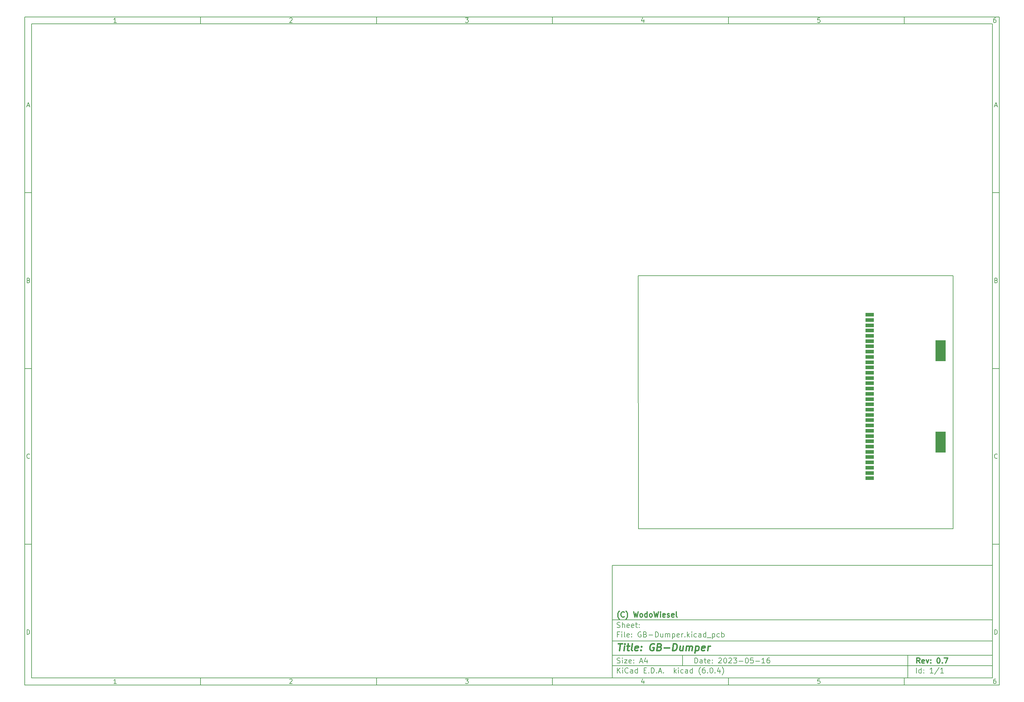
<source format=gbr>
%TF.GenerationSoftware,KiCad,Pcbnew,(6.0.4)*%
%TF.CreationDate,2023-10-22T17:32:39+02:00*%
%TF.ProjectId,GB-Dumper,47422d44-756d-4706-9572-2e6b69636164,0.7*%
%TF.SameCoordinates,Original*%
%TF.FileFunction,Paste,Top*%
%TF.FilePolarity,Positive*%
%FSLAX46Y46*%
G04 Gerber Fmt 4.6, Leading zero omitted, Abs format (unit mm)*
G04 Created by KiCad (PCBNEW (6.0.4)) date 2023-10-22 17:32:39*
%MOMM*%
%LPD*%
G01*
G04 APERTURE LIST*
%ADD10C,0.100000*%
%ADD11C,0.150000*%
%ADD12C,0.300000*%
%ADD13C,0.400000*%
%TA.AperFunction,Profile*%
%ADD14C,0.150000*%
%TD*%
%ADD15R,2.400000X1.000000*%
%ADD16R,3.000000X6.000000*%
G04 APERTURE END LIST*
D10*
D11*
X177002200Y-166007200D02*
X177002200Y-198007200D01*
X285002200Y-198007200D01*
X285002200Y-166007200D01*
X177002200Y-166007200D01*
D10*
D11*
X10000000Y-10000000D02*
X10000000Y-200007200D01*
X287002200Y-200007200D01*
X287002200Y-10000000D01*
X10000000Y-10000000D01*
D10*
D11*
X12000000Y-12000000D02*
X12000000Y-198007200D01*
X285002200Y-198007200D01*
X285002200Y-12000000D01*
X12000000Y-12000000D01*
D10*
D11*
X60000000Y-12000000D02*
X60000000Y-10000000D01*
D10*
D11*
X110000000Y-12000000D02*
X110000000Y-10000000D01*
D10*
D11*
X160000000Y-12000000D02*
X160000000Y-10000000D01*
D10*
D11*
X210000000Y-12000000D02*
X210000000Y-10000000D01*
D10*
D11*
X260000000Y-12000000D02*
X260000000Y-10000000D01*
D10*
D11*
X36065476Y-11588095D02*
X35322619Y-11588095D01*
X35694047Y-11588095D02*
X35694047Y-10288095D01*
X35570238Y-10473809D01*
X35446428Y-10597619D01*
X35322619Y-10659523D01*
D10*
D11*
X85322619Y-10411904D02*
X85384523Y-10350000D01*
X85508333Y-10288095D01*
X85817857Y-10288095D01*
X85941666Y-10350000D01*
X86003571Y-10411904D01*
X86065476Y-10535714D01*
X86065476Y-10659523D01*
X86003571Y-10845238D01*
X85260714Y-11588095D01*
X86065476Y-11588095D01*
D10*
D11*
X135260714Y-10288095D02*
X136065476Y-10288095D01*
X135632142Y-10783333D01*
X135817857Y-10783333D01*
X135941666Y-10845238D01*
X136003571Y-10907142D01*
X136065476Y-11030952D01*
X136065476Y-11340476D01*
X136003571Y-11464285D01*
X135941666Y-11526190D01*
X135817857Y-11588095D01*
X135446428Y-11588095D01*
X135322619Y-11526190D01*
X135260714Y-11464285D01*
D10*
D11*
X185941666Y-10721428D02*
X185941666Y-11588095D01*
X185632142Y-10226190D02*
X185322619Y-11154761D01*
X186127380Y-11154761D01*
D10*
D11*
X236003571Y-10288095D02*
X235384523Y-10288095D01*
X235322619Y-10907142D01*
X235384523Y-10845238D01*
X235508333Y-10783333D01*
X235817857Y-10783333D01*
X235941666Y-10845238D01*
X236003571Y-10907142D01*
X236065476Y-11030952D01*
X236065476Y-11340476D01*
X236003571Y-11464285D01*
X235941666Y-11526190D01*
X235817857Y-11588095D01*
X235508333Y-11588095D01*
X235384523Y-11526190D01*
X235322619Y-11464285D01*
D10*
D11*
X285941666Y-10288095D02*
X285694047Y-10288095D01*
X285570238Y-10350000D01*
X285508333Y-10411904D01*
X285384523Y-10597619D01*
X285322619Y-10845238D01*
X285322619Y-11340476D01*
X285384523Y-11464285D01*
X285446428Y-11526190D01*
X285570238Y-11588095D01*
X285817857Y-11588095D01*
X285941666Y-11526190D01*
X286003571Y-11464285D01*
X286065476Y-11340476D01*
X286065476Y-11030952D01*
X286003571Y-10907142D01*
X285941666Y-10845238D01*
X285817857Y-10783333D01*
X285570238Y-10783333D01*
X285446428Y-10845238D01*
X285384523Y-10907142D01*
X285322619Y-11030952D01*
D10*
D11*
X60000000Y-198007200D02*
X60000000Y-200007200D01*
D10*
D11*
X110000000Y-198007200D02*
X110000000Y-200007200D01*
D10*
D11*
X160000000Y-198007200D02*
X160000000Y-200007200D01*
D10*
D11*
X210000000Y-198007200D02*
X210000000Y-200007200D01*
D10*
D11*
X260000000Y-198007200D02*
X260000000Y-200007200D01*
D10*
D11*
X36065476Y-199595295D02*
X35322619Y-199595295D01*
X35694047Y-199595295D02*
X35694047Y-198295295D01*
X35570238Y-198481009D01*
X35446428Y-198604819D01*
X35322619Y-198666723D01*
D10*
D11*
X85322619Y-198419104D02*
X85384523Y-198357200D01*
X85508333Y-198295295D01*
X85817857Y-198295295D01*
X85941666Y-198357200D01*
X86003571Y-198419104D01*
X86065476Y-198542914D01*
X86065476Y-198666723D01*
X86003571Y-198852438D01*
X85260714Y-199595295D01*
X86065476Y-199595295D01*
D10*
D11*
X135260714Y-198295295D02*
X136065476Y-198295295D01*
X135632142Y-198790533D01*
X135817857Y-198790533D01*
X135941666Y-198852438D01*
X136003571Y-198914342D01*
X136065476Y-199038152D01*
X136065476Y-199347676D01*
X136003571Y-199471485D01*
X135941666Y-199533390D01*
X135817857Y-199595295D01*
X135446428Y-199595295D01*
X135322619Y-199533390D01*
X135260714Y-199471485D01*
D10*
D11*
X185941666Y-198728628D02*
X185941666Y-199595295D01*
X185632142Y-198233390D02*
X185322619Y-199161961D01*
X186127380Y-199161961D01*
D10*
D11*
X236003571Y-198295295D02*
X235384523Y-198295295D01*
X235322619Y-198914342D01*
X235384523Y-198852438D01*
X235508333Y-198790533D01*
X235817857Y-198790533D01*
X235941666Y-198852438D01*
X236003571Y-198914342D01*
X236065476Y-199038152D01*
X236065476Y-199347676D01*
X236003571Y-199471485D01*
X235941666Y-199533390D01*
X235817857Y-199595295D01*
X235508333Y-199595295D01*
X235384523Y-199533390D01*
X235322619Y-199471485D01*
D10*
D11*
X285941666Y-198295295D02*
X285694047Y-198295295D01*
X285570238Y-198357200D01*
X285508333Y-198419104D01*
X285384523Y-198604819D01*
X285322619Y-198852438D01*
X285322619Y-199347676D01*
X285384523Y-199471485D01*
X285446428Y-199533390D01*
X285570238Y-199595295D01*
X285817857Y-199595295D01*
X285941666Y-199533390D01*
X286003571Y-199471485D01*
X286065476Y-199347676D01*
X286065476Y-199038152D01*
X286003571Y-198914342D01*
X285941666Y-198852438D01*
X285817857Y-198790533D01*
X285570238Y-198790533D01*
X285446428Y-198852438D01*
X285384523Y-198914342D01*
X285322619Y-199038152D01*
D10*
D11*
X10000000Y-60000000D02*
X12000000Y-60000000D01*
D10*
D11*
X10000000Y-110000000D02*
X12000000Y-110000000D01*
D10*
D11*
X10000000Y-160000000D02*
X12000000Y-160000000D01*
D10*
D11*
X10690476Y-35216666D02*
X11309523Y-35216666D01*
X10566666Y-35588095D02*
X11000000Y-34288095D01*
X11433333Y-35588095D01*
D10*
D11*
X11092857Y-84907142D02*
X11278571Y-84969047D01*
X11340476Y-85030952D01*
X11402380Y-85154761D01*
X11402380Y-85340476D01*
X11340476Y-85464285D01*
X11278571Y-85526190D01*
X11154761Y-85588095D01*
X10659523Y-85588095D01*
X10659523Y-84288095D01*
X11092857Y-84288095D01*
X11216666Y-84350000D01*
X11278571Y-84411904D01*
X11340476Y-84535714D01*
X11340476Y-84659523D01*
X11278571Y-84783333D01*
X11216666Y-84845238D01*
X11092857Y-84907142D01*
X10659523Y-84907142D01*
D10*
D11*
X11402380Y-135464285D02*
X11340476Y-135526190D01*
X11154761Y-135588095D01*
X11030952Y-135588095D01*
X10845238Y-135526190D01*
X10721428Y-135402380D01*
X10659523Y-135278571D01*
X10597619Y-135030952D01*
X10597619Y-134845238D01*
X10659523Y-134597619D01*
X10721428Y-134473809D01*
X10845238Y-134350000D01*
X11030952Y-134288095D01*
X11154761Y-134288095D01*
X11340476Y-134350000D01*
X11402380Y-134411904D01*
D10*
D11*
X10659523Y-185588095D02*
X10659523Y-184288095D01*
X10969047Y-184288095D01*
X11154761Y-184350000D01*
X11278571Y-184473809D01*
X11340476Y-184597619D01*
X11402380Y-184845238D01*
X11402380Y-185030952D01*
X11340476Y-185278571D01*
X11278571Y-185402380D01*
X11154761Y-185526190D01*
X10969047Y-185588095D01*
X10659523Y-185588095D01*
D10*
D11*
X287002200Y-60000000D02*
X285002200Y-60000000D01*
D10*
D11*
X287002200Y-110000000D02*
X285002200Y-110000000D01*
D10*
D11*
X287002200Y-160000000D02*
X285002200Y-160000000D01*
D10*
D11*
X285692676Y-35216666D02*
X286311723Y-35216666D01*
X285568866Y-35588095D02*
X286002200Y-34288095D01*
X286435533Y-35588095D01*
D10*
D11*
X286095057Y-84907142D02*
X286280771Y-84969047D01*
X286342676Y-85030952D01*
X286404580Y-85154761D01*
X286404580Y-85340476D01*
X286342676Y-85464285D01*
X286280771Y-85526190D01*
X286156961Y-85588095D01*
X285661723Y-85588095D01*
X285661723Y-84288095D01*
X286095057Y-84288095D01*
X286218866Y-84350000D01*
X286280771Y-84411904D01*
X286342676Y-84535714D01*
X286342676Y-84659523D01*
X286280771Y-84783333D01*
X286218866Y-84845238D01*
X286095057Y-84907142D01*
X285661723Y-84907142D01*
D10*
D11*
X286404580Y-135464285D02*
X286342676Y-135526190D01*
X286156961Y-135588095D01*
X286033152Y-135588095D01*
X285847438Y-135526190D01*
X285723628Y-135402380D01*
X285661723Y-135278571D01*
X285599819Y-135030952D01*
X285599819Y-134845238D01*
X285661723Y-134597619D01*
X285723628Y-134473809D01*
X285847438Y-134350000D01*
X286033152Y-134288095D01*
X286156961Y-134288095D01*
X286342676Y-134350000D01*
X286404580Y-134411904D01*
D10*
D11*
X285661723Y-185588095D02*
X285661723Y-184288095D01*
X285971247Y-184288095D01*
X286156961Y-184350000D01*
X286280771Y-184473809D01*
X286342676Y-184597619D01*
X286404580Y-184845238D01*
X286404580Y-185030952D01*
X286342676Y-185278571D01*
X286280771Y-185402380D01*
X286156961Y-185526190D01*
X285971247Y-185588095D01*
X285661723Y-185588095D01*
D10*
D11*
X200434342Y-193785771D02*
X200434342Y-192285771D01*
X200791485Y-192285771D01*
X201005771Y-192357200D01*
X201148628Y-192500057D01*
X201220057Y-192642914D01*
X201291485Y-192928628D01*
X201291485Y-193142914D01*
X201220057Y-193428628D01*
X201148628Y-193571485D01*
X201005771Y-193714342D01*
X200791485Y-193785771D01*
X200434342Y-193785771D01*
X202577200Y-193785771D02*
X202577200Y-193000057D01*
X202505771Y-192857200D01*
X202362914Y-192785771D01*
X202077200Y-192785771D01*
X201934342Y-192857200D01*
X202577200Y-193714342D02*
X202434342Y-193785771D01*
X202077200Y-193785771D01*
X201934342Y-193714342D01*
X201862914Y-193571485D01*
X201862914Y-193428628D01*
X201934342Y-193285771D01*
X202077200Y-193214342D01*
X202434342Y-193214342D01*
X202577200Y-193142914D01*
X203077200Y-192785771D02*
X203648628Y-192785771D01*
X203291485Y-192285771D02*
X203291485Y-193571485D01*
X203362914Y-193714342D01*
X203505771Y-193785771D01*
X203648628Y-193785771D01*
X204720057Y-193714342D02*
X204577200Y-193785771D01*
X204291485Y-193785771D01*
X204148628Y-193714342D01*
X204077200Y-193571485D01*
X204077200Y-193000057D01*
X204148628Y-192857200D01*
X204291485Y-192785771D01*
X204577200Y-192785771D01*
X204720057Y-192857200D01*
X204791485Y-193000057D01*
X204791485Y-193142914D01*
X204077200Y-193285771D01*
X205434342Y-193642914D02*
X205505771Y-193714342D01*
X205434342Y-193785771D01*
X205362914Y-193714342D01*
X205434342Y-193642914D01*
X205434342Y-193785771D01*
X205434342Y-192857200D02*
X205505771Y-192928628D01*
X205434342Y-193000057D01*
X205362914Y-192928628D01*
X205434342Y-192857200D01*
X205434342Y-193000057D01*
X207220057Y-192428628D02*
X207291485Y-192357200D01*
X207434342Y-192285771D01*
X207791485Y-192285771D01*
X207934342Y-192357200D01*
X208005771Y-192428628D01*
X208077200Y-192571485D01*
X208077200Y-192714342D01*
X208005771Y-192928628D01*
X207148628Y-193785771D01*
X208077200Y-193785771D01*
X209005771Y-192285771D02*
X209148628Y-192285771D01*
X209291485Y-192357200D01*
X209362914Y-192428628D01*
X209434342Y-192571485D01*
X209505771Y-192857200D01*
X209505771Y-193214342D01*
X209434342Y-193500057D01*
X209362914Y-193642914D01*
X209291485Y-193714342D01*
X209148628Y-193785771D01*
X209005771Y-193785771D01*
X208862914Y-193714342D01*
X208791485Y-193642914D01*
X208720057Y-193500057D01*
X208648628Y-193214342D01*
X208648628Y-192857200D01*
X208720057Y-192571485D01*
X208791485Y-192428628D01*
X208862914Y-192357200D01*
X209005771Y-192285771D01*
X210077200Y-192428628D02*
X210148628Y-192357200D01*
X210291485Y-192285771D01*
X210648628Y-192285771D01*
X210791485Y-192357200D01*
X210862914Y-192428628D01*
X210934342Y-192571485D01*
X210934342Y-192714342D01*
X210862914Y-192928628D01*
X210005771Y-193785771D01*
X210934342Y-193785771D01*
X211434342Y-192285771D02*
X212362914Y-192285771D01*
X211862914Y-192857200D01*
X212077200Y-192857200D01*
X212220057Y-192928628D01*
X212291485Y-193000057D01*
X212362914Y-193142914D01*
X212362914Y-193500057D01*
X212291485Y-193642914D01*
X212220057Y-193714342D01*
X212077200Y-193785771D01*
X211648628Y-193785771D01*
X211505771Y-193714342D01*
X211434342Y-193642914D01*
X213005771Y-193214342D02*
X214148628Y-193214342D01*
X215148628Y-192285771D02*
X215291485Y-192285771D01*
X215434342Y-192357200D01*
X215505771Y-192428628D01*
X215577200Y-192571485D01*
X215648628Y-192857200D01*
X215648628Y-193214342D01*
X215577200Y-193500057D01*
X215505771Y-193642914D01*
X215434342Y-193714342D01*
X215291485Y-193785771D01*
X215148628Y-193785771D01*
X215005771Y-193714342D01*
X214934342Y-193642914D01*
X214862914Y-193500057D01*
X214791485Y-193214342D01*
X214791485Y-192857200D01*
X214862914Y-192571485D01*
X214934342Y-192428628D01*
X215005771Y-192357200D01*
X215148628Y-192285771D01*
X217005771Y-192285771D02*
X216291485Y-192285771D01*
X216220057Y-193000057D01*
X216291485Y-192928628D01*
X216434342Y-192857200D01*
X216791485Y-192857200D01*
X216934342Y-192928628D01*
X217005771Y-193000057D01*
X217077200Y-193142914D01*
X217077200Y-193500057D01*
X217005771Y-193642914D01*
X216934342Y-193714342D01*
X216791485Y-193785771D01*
X216434342Y-193785771D01*
X216291485Y-193714342D01*
X216220057Y-193642914D01*
X217720057Y-193214342D02*
X218862914Y-193214342D01*
X220362914Y-193785771D02*
X219505771Y-193785771D01*
X219934342Y-193785771D02*
X219934342Y-192285771D01*
X219791485Y-192500057D01*
X219648628Y-192642914D01*
X219505771Y-192714342D01*
X221648628Y-192285771D02*
X221362914Y-192285771D01*
X221220057Y-192357200D01*
X221148628Y-192428628D01*
X221005771Y-192642914D01*
X220934342Y-192928628D01*
X220934342Y-193500057D01*
X221005771Y-193642914D01*
X221077200Y-193714342D01*
X221220057Y-193785771D01*
X221505771Y-193785771D01*
X221648628Y-193714342D01*
X221720057Y-193642914D01*
X221791485Y-193500057D01*
X221791485Y-193142914D01*
X221720057Y-193000057D01*
X221648628Y-192928628D01*
X221505771Y-192857200D01*
X221220057Y-192857200D01*
X221077200Y-192928628D01*
X221005771Y-193000057D01*
X220934342Y-193142914D01*
D10*
D11*
X177002200Y-194507200D02*
X285002200Y-194507200D01*
D10*
D11*
X178434342Y-196585771D02*
X178434342Y-195085771D01*
X179291485Y-196585771D02*
X178648628Y-195728628D01*
X179291485Y-195085771D02*
X178434342Y-195942914D01*
X179934342Y-196585771D02*
X179934342Y-195585771D01*
X179934342Y-195085771D02*
X179862914Y-195157200D01*
X179934342Y-195228628D01*
X180005771Y-195157200D01*
X179934342Y-195085771D01*
X179934342Y-195228628D01*
X181505771Y-196442914D02*
X181434342Y-196514342D01*
X181220057Y-196585771D01*
X181077200Y-196585771D01*
X180862914Y-196514342D01*
X180720057Y-196371485D01*
X180648628Y-196228628D01*
X180577200Y-195942914D01*
X180577200Y-195728628D01*
X180648628Y-195442914D01*
X180720057Y-195300057D01*
X180862914Y-195157200D01*
X181077200Y-195085771D01*
X181220057Y-195085771D01*
X181434342Y-195157200D01*
X181505771Y-195228628D01*
X182791485Y-196585771D02*
X182791485Y-195800057D01*
X182720057Y-195657200D01*
X182577200Y-195585771D01*
X182291485Y-195585771D01*
X182148628Y-195657200D01*
X182791485Y-196514342D02*
X182648628Y-196585771D01*
X182291485Y-196585771D01*
X182148628Y-196514342D01*
X182077200Y-196371485D01*
X182077200Y-196228628D01*
X182148628Y-196085771D01*
X182291485Y-196014342D01*
X182648628Y-196014342D01*
X182791485Y-195942914D01*
X184148628Y-196585771D02*
X184148628Y-195085771D01*
X184148628Y-196514342D02*
X184005771Y-196585771D01*
X183720057Y-196585771D01*
X183577200Y-196514342D01*
X183505771Y-196442914D01*
X183434342Y-196300057D01*
X183434342Y-195871485D01*
X183505771Y-195728628D01*
X183577200Y-195657200D01*
X183720057Y-195585771D01*
X184005771Y-195585771D01*
X184148628Y-195657200D01*
X186005771Y-195800057D02*
X186505771Y-195800057D01*
X186720057Y-196585771D02*
X186005771Y-196585771D01*
X186005771Y-195085771D01*
X186720057Y-195085771D01*
X187362914Y-196442914D02*
X187434342Y-196514342D01*
X187362914Y-196585771D01*
X187291485Y-196514342D01*
X187362914Y-196442914D01*
X187362914Y-196585771D01*
X188077200Y-196585771D02*
X188077200Y-195085771D01*
X188434342Y-195085771D01*
X188648628Y-195157200D01*
X188791485Y-195300057D01*
X188862914Y-195442914D01*
X188934342Y-195728628D01*
X188934342Y-195942914D01*
X188862914Y-196228628D01*
X188791485Y-196371485D01*
X188648628Y-196514342D01*
X188434342Y-196585771D01*
X188077200Y-196585771D01*
X189577200Y-196442914D02*
X189648628Y-196514342D01*
X189577200Y-196585771D01*
X189505771Y-196514342D01*
X189577200Y-196442914D01*
X189577200Y-196585771D01*
X190220057Y-196157200D02*
X190934342Y-196157200D01*
X190077200Y-196585771D02*
X190577200Y-195085771D01*
X191077200Y-196585771D01*
X191577200Y-196442914D02*
X191648628Y-196514342D01*
X191577200Y-196585771D01*
X191505771Y-196514342D01*
X191577200Y-196442914D01*
X191577200Y-196585771D01*
X194577200Y-196585771D02*
X194577200Y-195085771D01*
X194720057Y-196014342D02*
X195148628Y-196585771D01*
X195148628Y-195585771D02*
X194577200Y-196157200D01*
X195791485Y-196585771D02*
X195791485Y-195585771D01*
X195791485Y-195085771D02*
X195720057Y-195157200D01*
X195791485Y-195228628D01*
X195862914Y-195157200D01*
X195791485Y-195085771D01*
X195791485Y-195228628D01*
X197148628Y-196514342D02*
X197005771Y-196585771D01*
X196720057Y-196585771D01*
X196577200Y-196514342D01*
X196505771Y-196442914D01*
X196434342Y-196300057D01*
X196434342Y-195871485D01*
X196505771Y-195728628D01*
X196577200Y-195657200D01*
X196720057Y-195585771D01*
X197005771Y-195585771D01*
X197148628Y-195657200D01*
X198434342Y-196585771D02*
X198434342Y-195800057D01*
X198362914Y-195657200D01*
X198220057Y-195585771D01*
X197934342Y-195585771D01*
X197791485Y-195657200D01*
X198434342Y-196514342D02*
X198291485Y-196585771D01*
X197934342Y-196585771D01*
X197791485Y-196514342D01*
X197720057Y-196371485D01*
X197720057Y-196228628D01*
X197791485Y-196085771D01*
X197934342Y-196014342D01*
X198291485Y-196014342D01*
X198434342Y-195942914D01*
X199791485Y-196585771D02*
X199791485Y-195085771D01*
X199791485Y-196514342D02*
X199648628Y-196585771D01*
X199362914Y-196585771D01*
X199220057Y-196514342D01*
X199148628Y-196442914D01*
X199077200Y-196300057D01*
X199077200Y-195871485D01*
X199148628Y-195728628D01*
X199220057Y-195657200D01*
X199362914Y-195585771D01*
X199648628Y-195585771D01*
X199791485Y-195657200D01*
X202077200Y-197157200D02*
X202005771Y-197085771D01*
X201862914Y-196871485D01*
X201791485Y-196728628D01*
X201720057Y-196514342D01*
X201648628Y-196157200D01*
X201648628Y-195871485D01*
X201720057Y-195514342D01*
X201791485Y-195300057D01*
X201862914Y-195157200D01*
X202005771Y-194942914D01*
X202077200Y-194871485D01*
X203291485Y-195085771D02*
X203005771Y-195085771D01*
X202862914Y-195157200D01*
X202791485Y-195228628D01*
X202648628Y-195442914D01*
X202577200Y-195728628D01*
X202577200Y-196300057D01*
X202648628Y-196442914D01*
X202720057Y-196514342D01*
X202862914Y-196585771D01*
X203148628Y-196585771D01*
X203291485Y-196514342D01*
X203362914Y-196442914D01*
X203434342Y-196300057D01*
X203434342Y-195942914D01*
X203362914Y-195800057D01*
X203291485Y-195728628D01*
X203148628Y-195657200D01*
X202862914Y-195657200D01*
X202720057Y-195728628D01*
X202648628Y-195800057D01*
X202577200Y-195942914D01*
X204077200Y-196442914D02*
X204148628Y-196514342D01*
X204077200Y-196585771D01*
X204005771Y-196514342D01*
X204077200Y-196442914D01*
X204077200Y-196585771D01*
X205077200Y-195085771D02*
X205220057Y-195085771D01*
X205362914Y-195157200D01*
X205434342Y-195228628D01*
X205505771Y-195371485D01*
X205577200Y-195657200D01*
X205577200Y-196014342D01*
X205505771Y-196300057D01*
X205434342Y-196442914D01*
X205362914Y-196514342D01*
X205220057Y-196585771D01*
X205077200Y-196585771D01*
X204934342Y-196514342D01*
X204862914Y-196442914D01*
X204791485Y-196300057D01*
X204720057Y-196014342D01*
X204720057Y-195657200D01*
X204791485Y-195371485D01*
X204862914Y-195228628D01*
X204934342Y-195157200D01*
X205077200Y-195085771D01*
X206220057Y-196442914D02*
X206291485Y-196514342D01*
X206220057Y-196585771D01*
X206148628Y-196514342D01*
X206220057Y-196442914D01*
X206220057Y-196585771D01*
X207577200Y-195585771D02*
X207577200Y-196585771D01*
X207220057Y-195014342D02*
X206862914Y-196085771D01*
X207791485Y-196085771D01*
X208220057Y-197157200D02*
X208291485Y-197085771D01*
X208434342Y-196871485D01*
X208505771Y-196728628D01*
X208577200Y-196514342D01*
X208648628Y-196157200D01*
X208648628Y-195871485D01*
X208577200Y-195514342D01*
X208505771Y-195300057D01*
X208434342Y-195157200D01*
X208291485Y-194942914D01*
X208220057Y-194871485D01*
D10*
D11*
X177002200Y-191507200D02*
X285002200Y-191507200D01*
D10*
D12*
X264411485Y-193785771D02*
X263911485Y-193071485D01*
X263554342Y-193785771D02*
X263554342Y-192285771D01*
X264125771Y-192285771D01*
X264268628Y-192357200D01*
X264340057Y-192428628D01*
X264411485Y-192571485D01*
X264411485Y-192785771D01*
X264340057Y-192928628D01*
X264268628Y-193000057D01*
X264125771Y-193071485D01*
X263554342Y-193071485D01*
X265625771Y-193714342D02*
X265482914Y-193785771D01*
X265197200Y-193785771D01*
X265054342Y-193714342D01*
X264982914Y-193571485D01*
X264982914Y-193000057D01*
X265054342Y-192857200D01*
X265197200Y-192785771D01*
X265482914Y-192785771D01*
X265625771Y-192857200D01*
X265697200Y-193000057D01*
X265697200Y-193142914D01*
X264982914Y-193285771D01*
X266197200Y-192785771D02*
X266554342Y-193785771D01*
X266911485Y-192785771D01*
X267482914Y-193642914D02*
X267554342Y-193714342D01*
X267482914Y-193785771D01*
X267411485Y-193714342D01*
X267482914Y-193642914D01*
X267482914Y-193785771D01*
X267482914Y-192857200D02*
X267554342Y-192928628D01*
X267482914Y-193000057D01*
X267411485Y-192928628D01*
X267482914Y-192857200D01*
X267482914Y-193000057D01*
X269625771Y-192285771D02*
X269768628Y-192285771D01*
X269911485Y-192357200D01*
X269982914Y-192428628D01*
X270054342Y-192571485D01*
X270125771Y-192857200D01*
X270125771Y-193214342D01*
X270054342Y-193500057D01*
X269982914Y-193642914D01*
X269911485Y-193714342D01*
X269768628Y-193785771D01*
X269625771Y-193785771D01*
X269482914Y-193714342D01*
X269411485Y-193642914D01*
X269340057Y-193500057D01*
X269268628Y-193214342D01*
X269268628Y-192857200D01*
X269340057Y-192571485D01*
X269411485Y-192428628D01*
X269482914Y-192357200D01*
X269625771Y-192285771D01*
X270768628Y-193642914D02*
X270840057Y-193714342D01*
X270768628Y-193785771D01*
X270697200Y-193714342D01*
X270768628Y-193642914D01*
X270768628Y-193785771D01*
X271340057Y-192285771D02*
X272340057Y-192285771D01*
X271697200Y-193785771D01*
D10*
D11*
X178362914Y-193714342D02*
X178577200Y-193785771D01*
X178934342Y-193785771D01*
X179077200Y-193714342D01*
X179148628Y-193642914D01*
X179220057Y-193500057D01*
X179220057Y-193357200D01*
X179148628Y-193214342D01*
X179077200Y-193142914D01*
X178934342Y-193071485D01*
X178648628Y-193000057D01*
X178505771Y-192928628D01*
X178434342Y-192857200D01*
X178362914Y-192714342D01*
X178362914Y-192571485D01*
X178434342Y-192428628D01*
X178505771Y-192357200D01*
X178648628Y-192285771D01*
X179005771Y-192285771D01*
X179220057Y-192357200D01*
X179862914Y-193785771D02*
X179862914Y-192785771D01*
X179862914Y-192285771D02*
X179791485Y-192357200D01*
X179862914Y-192428628D01*
X179934342Y-192357200D01*
X179862914Y-192285771D01*
X179862914Y-192428628D01*
X180434342Y-192785771D02*
X181220057Y-192785771D01*
X180434342Y-193785771D01*
X181220057Y-193785771D01*
X182362914Y-193714342D02*
X182220057Y-193785771D01*
X181934342Y-193785771D01*
X181791485Y-193714342D01*
X181720057Y-193571485D01*
X181720057Y-193000057D01*
X181791485Y-192857200D01*
X181934342Y-192785771D01*
X182220057Y-192785771D01*
X182362914Y-192857200D01*
X182434342Y-193000057D01*
X182434342Y-193142914D01*
X181720057Y-193285771D01*
X183077200Y-193642914D02*
X183148628Y-193714342D01*
X183077200Y-193785771D01*
X183005771Y-193714342D01*
X183077200Y-193642914D01*
X183077200Y-193785771D01*
X183077200Y-192857200D02*
X183148628Y-192928628D01*
X183077200Y-193000057D01*
X183005771Y-192928628D01*
X183077200Y-192857200D01*
X183077200Y-193000057D01*
X184862914Y-193357200D02*
X185577200Y-193357200D01*
X184720057Y-193785771D02*
X185220057Y-192285771D01*
X185720057Y-193785771D01*
X186862914Y-192785771D02*
X186862914Y-193785771D01*
X186505771Y-192214342D02*
X186148628Y-193285771D01*
X187077200Y-193285771D01*
D10*
D11*
X263434342Y-196585771D02*
X263434342Y-195085771D01*
X264791485Y-196585771D02*
X264791485Y-195085771D01*
X264791485Y-196514342D02*
X264648628Y-196585771D01*
X264362914Y-196585771D01*
X264220057Y-196514342D01*
X264148628Y-196442914D01*
X264077200Y-196300057D01*
X264077200Y-195871485D01*
X264148628Y-195728628D01*
X264220057Y-195657200D01*
X264362914Y-195585771D01*
X264648628Y-195585771D01*
X264791485Y-195657200D01*
X265505771Y-196442914D02*
X265577200Y-196514342D01*
X265505771Y-196585771D01*
X265434342Y-196514342D01*
X265505771Y-196442914D01*
X265505771Y-196585771D01*
X265505771Y-195657200D02*
X265577200Y-195728628D01*
X265505771Y-195800057D01*
X265434342Y-195728628D01*
X265505771Y-195657200D01*
X265505771Y-195800057D01*
X268148628Y-196585771D02*
X267291485Y-196585771D01*
X267720057Y-196585771D02*
X267720057Y-195085771D01*
X267577200Y-195300057D01*
X267434342Y-195442914D01*
X267291485Y-195514342D01*
X269862914Y-195014342D02*
X268577200Y-196942914D01*
X271148628Y-196585771D02*
X270291485Y-196585771D01*
X270720057Y-196585771D02*
X270720057Y-195085771D01*
X270577200Y-195300057D01*
X270434342Y-195442914D01*
X270291485Y-195514342D01*
D10*
D11*
X177002200Y-187507200D02*
X285002200Y-187507200D01*
D10*
D13*
X178714580Y-188211961D02*
X179857438Y-188211961D01*
X179036009Y-190211961D02*
X179286009Y-188211961D01*
X180274104Y-190211961D02*
X180440771Y-188878628D01*
X180524104Y-188211961D02*
X180416961Y-188307200D01*
X180500295Y-188402438D01*
X180607438Y-188307200D01*
X180524104Y-188211961D01*
X180500295Y-188402438D01*
X181107438Y-188878628D02*
X181869342Y-188878628D01*
X181476485Y-188211961D02*
X181262200Y-189926247D01*
X181333628Y-190116723D01*
X181512200Y-190211961D01*
X181702676Y-190211961D01*
X182655057Y-190211961D02*
X182476485Y-190116723D01*
X182405057Y-189926247D01*
X182619342Y-188211961D01*
X184190771Y-190116723D02*
X183988390Y-190211961D01*
X183607438Y-190211961D01*
X183428866Y-190116723D01*
X183357438Y-189926247D01*
X183452676Y-189164342D01*
X183571723Y-188973866D01*
X183774104Y-188878628D01*
X184155057Y-188878628D01*
X184333628Y-188973866D01*
X184405057Y-189164342D01*
X184381247Y-189354819D01*
X183405057Y-189545295D01*
X185155057Y-190021485D02*
X185238390Y-190116723D01*
X185131247Y-190211961D01*
X185047914Y-190116723D01*
X185155057Y-190021485D01*
X185131247Y-190211961D01*
X185286009Y-188973866D02*
X185369342Y-189069104D01*
X185262200Y-189164342D01*
X185178866Y-189069104D01*
X185286009Y-188973866D01*
X185262200Y-189164342D01*
X188893152Y-188307200D02*
X188714580Y-188211961D01*
X188428866Y-188211961D01*
X188131247Y-188307200D01*
X187916961Y-188497676D01*
X187797914Y-188688152D01*
X187655057Y-189069104D01*
X187619342Y-189354819D01*
X187666961Y-189735771D01*
X187738390Y-189926247D01*
X187905057Y-190116723D01*
X188178866Y-190211961D01*
X188369342Y-190211961D01*
X188666961Y-190116723D01*
X188774104Y-190021485D01*
X188857438Y-189354819D01*
X188476485Y-189354819D01*
X190405057Y-189164342D02*
X190678866Y-189259580D01*
X190762200Y-189354819D01*
X190833628Y-189545295D01*
X190797914Y-189831009D01*
X190678866Y-190021485D01*
X190571723Y-190116723D01*
X190369342Y-190211961D01*
X189607438Y-190211961D01*
X189857438Y-188211961D01*
X190524104Y-188211961D01*
X190702676Y-188307200D01*
X190786009Y-188402438D01*
X190857438Y-188592914D01*
X190833628Y-188783390D01*
X190714580Y-188973866D01*
X190607438Y-189069104D01*
X190405057Y-189164342D01*
X189738390Y-189164342D01*
X191702676Y-189450057D02*
X193226485Y-189450057D01*
X194083628Y-190211961D02*
X194333628Y-188211961D01*
X194809819Y-188211961D01*
X195083628Y-188307200D01*
X195250295Y-188497676D01*
X195321723Y-188688152D01*
X195369342Y-189069104D01*
X195333628Y-189354819D01*
X195190771Y-189735771D01*
X195071723Y-189926247D01*
X194857438Y-190116723D01*
X194559819Y-190211961D01*
X194083628Y-190211961D01*
X197107438Y-188878628D02*
X196940771Y-190211961D01*
X196250295Y-188878628D02*
X196119342Y-189926247D01*
X196190771Y-190116723D01*
X196369342Y-190211961D01*
X196655057Y-190211961D01*
X196857438Y-190116723D01*
X196964580Y-190021485D01*
X197893152Y-190211961D02*
X198059819Y-188878628D01*
X198036009Y-189069104D02*
X198143152Y-188973866D01*
X198345533Y-188878628D01*
X198631247Y-188878628D01*
X198809819Y-188973866D01*
X198881247Y-189164342D01*
X198750295Y-190211961D01*
X198881247Y-189164342D02*
X199000295Y-188973866D01*
X199202676Y-188878628D01*
X199488390Y-188878628D01*
X199666961Y-188973866D01*
X199738390Y-189164342D01*
X199607438Y-190211961D01*
X200726485Y-188878628D02*
X200476485Y-190878628D01*
X200714580Y-188973866D02*
X200916961Y-188878628D01*
X201297914Y-188878628D01*
X201476485Y-188973866D01*
X201559819Y-189069104D01*
X201631247Y-189259580D01*
X201559819Y-189831009D01*
X201440771Y-190021485D01*
X201333628Y-190116723D01*
X201131247Y-190211961D01*
X200750295Y-190211961D01*
X200571723Y-190116723D01*
X203143152Y-190116723D02*
X202940771Y-190211961D01*
X202559819Y-190211961D01*
X202381247Y-190116723D01*
X202309819Y-189926247D01*
X202405057Y-189164342D01*
X202524104Y-188973866D01*
X202726485Y-188878628D01*
X203107438Y-188878628D01*
X203286009Y-188973866D01*
X203357438Y-189164342D01*
X203333628Y-189354819D01*
X202357438Y-189545295D01*
X204083628Y-190211961D02*
X204250295Y-188878628D01*
X204202676Y-189259580D02*
X204321723Y-189069104D01*
X204428866Y-188973866D01*
X204631247Y-188878628D01*
X204821723Y-188878628D01*
D10*
D11*
X178934342Y-185600057D02*
X178434342Y-185600057D01*
X178434342Y-186385771D02*
X178434342Y-184885771D01*
X179148628Y-184885771D01*
X179720057Y-186385771D02*
X179720057Y-185385771D01*
X179720057Y-184885771D02*
X179648628Y-184957200D01*
X179720057Y-185028628D01*
X179791485Y-184957200D01*
X179720057Y-184885771D01*
X179720057Y-185028628D01*
X180648628Y-186385771D02*
X180505771Y-186314342D01*
X180434342Y-186171485D01*
X180434342Y-184885771D01*
X181791485Y-186314342D02*
X181648628Y-186385771D01*
X181362914Y-186385771D01*
X181220057Y-186314342D01*
X181148628Y-186171485D01*
X181148628Y-185600057D01*
X181220057Y-185457200D01*
X181362914Y-185385771D01*
X181648628Y-185385771D01*
X181791485Y-185457200D01*
X181862914Y-185600057D01*
X181862914Y-185742914D01*
X181148628Y-185885771D01*
X182505771Y-186242914D02*
X182577200Y-186314342D01*
X182505771Y-186385771D01*
X182434342Y-186314342D01*
X182505771Y-186242914D01*
X182505771Y-186385771D01*
X182505771Y-185457200D02*
X182577200Y-185528628D01*
X182505771Y-185600057D01*
X182434342Y-185528628D01*
X182505771Y-185457200D01*
X182505771Y-185600057D01*
X185148628Y-184957200D02*
X185005771Y-184885771D01*
X184791485Y-184885771D01*
X184577200Y-184957200D01*
X184434342Y-185100057D01*
X184362914Y-185242914D01*
X184291485Y-185528628D01*
X184291485Y-185742914D01*
X184362914Y-186028628D01*
X184434342Y-186171485D01*
X184577200Y-186314342D01*
X184791485Y-186385771D01*
X184934342Y-186385771D01*
X185148628Y-186314342D01*
X185220057Y-186242914D01*
X185220057Y-185742914D01*
X184934342Y-185742914D01*
X186362914Y-185600057D02*
X186577200Y-185671485D01*
X186648628Y-185742914D01*
X186720057Y-185885771D01*
X186720057Y-186100057D01*
X186648628Y-186242914D01*
X186577200Y-186314342D01*
X186434342Y-186385771D01*
X185862914Y-186385771D01*
X185862914Y-184885771D01*
X186362914Y-184885771D01*
X186505771Y-184957200D01*
X186577200Y-185028628D01*
X186648628Y-185171485D01*
X186648628Y-185314342D01*
X186577200Y-185457200D01*
X186505771Y-185528628D01*
X186362914Y-185600057D01*
X185862914Y-185600057D01*
X187362914Y-185814342D02*
X188505771Y-185814342D01*
X189220057Y-186385771D02*
X189220057Y-184885771D01*
X189577200Y-184885771D01*
X189791485Y-184957200D01*
X189934342Y-185100057D01*
X190005771Y-185242914D01*
X190077200Y-185528628D01*
X190077200Y-185742914D01*
X190005771Y-186028628D01*
X189934342Y-186171485D01*
X189791485Y-186314342D01*
X189577200Y-186385771D01*
X189220057Y-186385771D01*
X191362914Y-185385771D02*
X191362914Y-186385771D01*
X190720057Y-185385771D02*
X190720057Y-186171485D01*
X190791485Y-186314342D01*
X190934342Y-186385771D01*
X191148628Y-186385771D01*
X191291485Y-186314342D01*
X191362914Y-186242914D01*
X192077200Y-186385771D02*
X192077200Y-185385771D01*
X192077200Y-185528628D02*
X192148628Y-185457200D01*
X192291485Y-185385771D01*
X192505771Y-185385771D01*
X192648628Y-185457200D01*
X192720057Y-185600057D01*
X192720057Y-186385771D01*
X192720057Y-185600057D02*
X192791485Y-185457200D01*
X192934342Y-185385771D01*
X193148628Y-185385771D01*
X193291485Y-185457200D01*
X193362914Y-185600057D01*
X193362914Y-186385771D01*
X194077200Y-185385771D02*
X194077200Y-186885771D01*
X194077200Y-185457200D02*
X194220057Y-185385771D01*
X194505771Y-185385771D01*
X194648628Y-185457200D01*
X194720057Y-185528628D01*
X194791485Y-185671485D01*
X194791485Y-186100057D01*
X194720057Y-186242914D01*
X194648628Y-186314342D01*
X194505771Y-186385771D01*
X194220057Y-186385771D01*
X194077200Y-186314342D01*
X196005771Y-186314342D02*
X195862914Y-186385771D01*
X195577200Y-186385771D01*
X195434342Y-186314342D01*
X195362914Y-186171485D01*
X195362914Y-185600057D01*
X195434342Y-185457200D01*
X195577200Y-185385771D01*
X195862914Y-185385771D01*
X196005771Y-185457200D01*
X196077200Y-185600057D01*
X196077200Y-185742914D01*
X195362914Y-185885771D01*
X196720057Y-186385771D02*
X196720057Y-185385771D01*
X196720057Y-185671485D02*
X196791485Y-185528628D01*
X196862914Y-185457200D01*
X197005771Y-185385771D01*
X197148628Y-185385771D01*
X197648628Y-186242914D02*
X197720057Y-186314342D01*
X197648628Y-186385771D01*
X197577200Y-186314342D01*
X197648628Y-186242914D01*
X197648628Y-186385771D01*
X198362914Y-186385771D02*
X198362914Y-184885771D01*
X198505771Y-185814342D02*
X198934342Y-186385771D01*
X198934342Y-185385771D02*
X198362914Y-185957200D01*
X199577200Y-186385771D02*
X199577200Y-185385771D01*
X199577200Y-184885771D02*
X199505771Y-184957200D01*
X199577200Y-185028628D01*
X199648628Y-184957200D01*
X199577200Y-184885771D01*
X199577200Y-185028628D01*
X200934342Y-186314342D02*
X200791485Y-186385771D01*
X200505771Y-186385771D01*
X200362914Y-186314342D01*
X200291485Y-186242914D01*
X200220057Y-186100057D01*
X200220057Y-185671485D01*
X200291485Y-185528628D01*
X200362914Y-185457200D01*
X200505771Y-185385771D01*
X200791485Y-185385771D01*
X200934342Y-185457200D01*
X202220057Y-186385771D02*
X202220057Y-185600057D01*
X202148628Y-185457200D01*
X202005771Y-185385771D01*
X201720057Y-185385771D01*
X201577200Y-185457200D01*
X202220057Y-186314342D02*
X202077200Y-186385771D01*
X201720057Y-186385771D01*
X201577200Y-186314342D01*
X201505771Y-186171485D01*
X201505771Y-186028628D01*
X201577200Y-185885771D01*
X201720057Y-185814342D01*
X202077200Y-185814342D01*
X202220057Y-185742914D01*
X203577200Y-186385771D02*
X203577200Y-184885771D01*
X203577200Y-186314342D02*
X203434342Y-186385771D01*
X203148628Y-186385771D01*
X203005771Y-186314342D01*
X202934342Y-186242914D01*
X202862914Y-186100057D01*
X202862914Y-185671485D01*
X202934342Y-185528628D01*
X203005771Y-185457200D01*
X203148628Y-185385771D01*
X203434342Y-185385771D01*
X203577200Y-185457200D01*
X203934342Y-186528628D02*
X205077200Y-186528628D01*
X205434342Y-185385771D02*
X205434342Y-186885771D01*
X205434342Y-185457200D02*
X205577200Y-185385771D01*
X205862914Y-185385771D01*
X206005771Y-185457200D01*
X206077200Y-185528628D01*
X206148628Y-185671485D01*
X206148628Y-186100057D01*
X206077200Y-186242914D01*
X206005771Y-186314342D01*
X205862914Y-186385771D01*
X205577200Y-186385771D01*
X205434342Y-186314342D01*
X207434342Y-186314342D02*
X207291485Y-186385771D01*
X207005771Y-186385771D01*
X206862914Y-186314342D01*
X206791485Y-186242914D01*
X206720057Y-186100057D01*
X206720057Y-185671485D01*
X206791485Y-185528628D01*
X206862914Y-185457200D01*
X207005771Y-185385771D01*
X207291485Y-185385771D01*
X207434342Y-185457200D01*
X208077200Y-186385771D02*
X208077200Y-184885771D01*
X208077200Y-185457200D02*
X208220057Y-185385771D01*
X208505771Y-185385771D01*
X208648628Y-185457200D01*
X208720057Y-185528628D01*
X208791485Y-185671485D01*
X208791485Y-186100057D01*
X208720057Y-186242914D01*
X208648628Y-186314342D01*
X208505771Y-186385771D01*
X208220057Y-186385771D01*
X208077200Y-186314342D01*
D10*
D11*
X177002200Y-181507200D02*
X285002200Y-181507200D01*
D10*
D11*
X178362914Y-183614342D02*
X178577200Y-183685771D01*
X178934342Y-183685771D01*
X179077200Y-183614342D01*
X179148628Y-183542914D01*
X179220057Y-183400057D01*
X179220057Y-183257200D01*
X179148628Y-183114342D01*
X179077200Y-183042914D01*
X178934342Y-182971485D01*
X178648628Y-182900057D01*
X178505771Y-182828628D01*
X178434342Y-182757200D01*
X178362914Y-182614342D01*
X178362914Y-182471485D01*
X178434342Y-182328628D01*
X178505771Y-182257200D01*
X178648628Y-182185771D01*
X179005771Y-182185771D01*
X179220057Y-182257200D01*
X179862914Y-183685771D02*
X179862914Y-182185771D01*
X180505771Y-183685771D02*
X180505771Y-182900057D01*
X180434342Y-182757200D01*
X180291485Y-182685771D01*
X180077200Y-182685771D01*
X179934342Y-182757200D01*
X179862914Y-182828628D01*
X181791485Y-183614342D02*
X181648628Y-183685771D01*
X181362914Y-183685771D01*
X181220057Y-183614342D01*
X181148628Y-183471485D01*
X181148628Y-182900057D01*
X181220057Y-182757200D01*
X181362914Y-182685771D01*
X181648628Y-182685771D01*
X181791485Y-182757200D01*
X181862914Y-182900057D01*
X181862914Y-183042914D01*
X181148628Y-183185771D01*
X183077200Y-183614342D02*
X182934342Y-183685771D01*
X182648628Y-183685771D01*
X182505771Y-183614342D01*
X182434342Y-183471485D01*
X182434342Y-182900057D01*
X182505771Y-182757200D01*
X182648628Y-182685771D01*
X182934342Y-182685771D01*
X183077200Y-182757200D01*
X183148628Y-182900057D01*
X183148628Y-183042914D01*
X182434342Y-183185771D01*
X183577200Y-182685771D02*
X184148628Y-182685771D01*
X183791485Y-182185771D02*
X183791485Y-183471485D01*
X183862914Y-183614342D01*
X184005771Y-183685771D01*
X184148628Y-183685771D01*
X184648628Y-183542914D02*
X184720057Y-183614342D01*
X184648628Y-183685771D01*
X184577200Y-183614342D01*
X184648628Y-183542914D01*
X184648628Y-183685771D01*
X184648628Y-182757200D02*
X184720057Y-182828628D01*
X184648628Y-182900057D01*
X184577200Y-182828628D01*
X184648628Y-182757200D01*
X184648628Y-182900057D01*
D10*
D12*
X178982914Y-181257200D02*
X178911485Y-181185771D01*
X178768628Y-180971485D01*
X178697200Y-180828628D01*
X178625771Y-180614342D01*
X178554342Y-180257200D01*
X178554342Y-179971485D01*
X178625771Y-179614342D01*
X178697200Y-179400057D01*
X178768628Y-179257200D01*
X178911485Y-179042914D01*
X178982914Y-178971485D01*
X180411485Y-180542914D02*
X180340057Y-180614342D01*
X180125771Y-180685771D01*
X179982914Y-180685771D01*
X179768628Y-180614342D01*
X179625771Y-180471485D01*
X179554342Y-180328628D01*
X179482914Y-180042914D01*
X179482914Y-179828628D01*
X179554342Y-179542914D01*
X179625771Y-179400057D01*
X179768628Y-179257200D01*
X179982914Y-179185771D01*
X180125771Y-179185771D01*
X180340057Y-179257200D01*
X180411485Y-179328628D01*
X180911485Y-181257200D02*
X180982914Y-181185771D01*
X181125771Y-180971485D01*
X181197200Y-180828628D01*
X181268628Y-180614342D01*
X181340057Y-180257200D01*
X181340057Y-179971485D01*
X181268628Y-179614342D01*
X181197200Y-179400057D01*
X181125771Y-179257200D01*
X180982914Y-179042914D01*
X180911485Y-178971485D01*
X183054342Y-179185771D02*
X183411485Y-180685771D01*
X183697200Y-179614342D01*
X183982914Y-180685771D01*
X184340057Y-179185771D01*
X185125771Y-180685771D02*
X184982914Y-180614342D01*
X184911485Y-180542914D01*
X184840057Y-180400057D01*
X184840057Y-179971485D01*
X184911485Y-179828628D01*
X184982914Y-179757200D01*
X185125771Y-179685771D01*
X185340057Y-179685771D01*
X185482914Y-179757200D01*
X185554342Y-179828628D01*
X185625771Y-179971485D01*
X185625771Y-180400057D01*
X185554342Y-180542914D01*
X185482914Y-180614342D01*
X185340057Y-180685771D01*
X185125771Y-180685771D01*
X186911485Y-180685771D02*
X186911485Y-179185771D01*
X186911485Y-180614342D02*
X186768628Y-180685771D01*
X186482914Y-180685771D01*
X186340057Y-180614342D01*
X186268628Y-180542914D01*
X186197200Y-180400057D01*
X186197200Y-179971485D01*
X186268628Y-179828628D01*
X186340057Y-179757200D01*
X186482914Y-179685771D01*
X186768628Y-179685771D01*
X186911485Y-179757200D01*
X187840057Y-180685771D02*
X187697200Y-180614342D01*
X187625771Y-180542914D01*
X187554342Y-180400057D01*
X187554342Y-179971485D01*
X187625771Y-179828628D01*
X187697200Y-179757200D01*
X187840057Y-179685771D01*
X188054342Y-179685771D01*
X188197200Y-179757200D01*
X188268628Y-179828628D01*
X188340057Y-179971485D01*
X188340057Y-180400057D01*
X188268628Y-180542914D01*
X188197200Y-180614342D01*
X188054342Y-180685771D01*
X187840057Y-180685771D01*
X188840057Y-179185771D02*
X189197200Y-180685771D01*
X189482914Y-179614342D01*
X189768628Y-180685771D01*
X190125771Y-179185771D01*
X190697200Y-180685771D02*
X190697200Y-179685771D01*
X190697200Y-179185771D02*
X190625771Y-179257200D01*
X190697200Y-179328628D01*
X190768628Y-179257200D01*
X190697200Y-179185771D01*
X190697200Y-179328628D01*
X191982914Y-180614342D02*
X191840057Y-180685771D01*
X191554342Y-180685771D01*
X191411485Y-180614342D01*
X191340057Y-180471485D01*
X191340057Y-179900057D01*
X191411485Y-179757200D01*
X191554342Y-179685771D01*
X191840057Y-179685771D01*
X191982914Y-179757200D01*
X192054342Y-179900057D01*
X192054342Y-180042914D01*
X191340057Y-180185771D01*
X192625771Y-180614342D02*
X192768628Y-180685771D01*
X193054342Y-180685771D01*
X193197200Y-180614342D01*
X193268628Y-180471485D01*
X193268628Y-180400057D01*
X193197200Y-180257200D01*
X193054342Y-180185771D01*
X192840057Y-180185771D01*
X192697200Y-180114342D01*
X192625771Y-179971485D01*
X192625771Y-179900057D01*
X192697200Y-179757200D01*
X192840057Y-179685771D01*
X193054342Y-179685771D01*
X193197200Y-179757200D01*
X194482914Y-180614342D02*
X194340057Y-180685771D01*
X194054342Y-180685771D01*
X193911485Y-180614342D01*
X193840057Y-180471485D01*
X193840057Y-179900057D01*
X193911485Y-179757200D01*
X194054342Y-179685771D01*
X194340057Y-179685771D01*
X194482914Y-179757200D01*
X194554342Y-179900057D01*
X194554342Y-180042914D01*
X193840057Y-180185771D01*
X195411485Y-180685771D02*
X195268628Y-180614342D01*
X195197200Y-180471485D01*
X195197200Y-179185771D01*
D10*
D11*
D10*
D11*
D10*
D11*
D10*
D11*
D10*
D11*
X197002200Y-191507200D02*
X197002200Y-194507200D01*
D10*
D11*
X261002200Y-191507200D02*
X261002200Y-198007200D01*
D14*
X273834000Y-83564000D02*
X273834000Y-155540000D01*
X184378000Y-83564000D02*
X273834000Y-83564000D01*
X184478000Y-155564000D02*
X184378000Y-83564000D01*
X273834000Y-155540000D02*
X184478000Y-155564000D01*
D15*
%TO.C,J1*%
X250122000Y-94698000D03*
X250122000Y-96198000D03*
X250122000Y-97698000D03*
X250122000Y-99198000D03*
X250122000Y-100698000D03*
X250122000Y-102198000D03*
X250122000Y-103698000D03*
X250122000Y-105198000D03*
X250122000Y-106698000D03*
X250122000Y-108198000D03*
X250122000Y-109698000D03*
X250122000Y-111198000D03*
X250122000Y-112698000D03*
X250122000Y-114198000D03*
X250122000Y-115698000D03*
X250122000Y-117198000D03*
X250122000Y-118698000D03*
X250122000Y-120198000D03*
X250122000Y-121698000D03*
X250122000Y-123198000D03*
X250122000Y-124698000D03*
X250122000Y-126198000D03*
X250122000Y-127698000D03*
X250122000Y-129198000D03*
X250122000Y-130698000D03*
X250122000Y-132198000D03*
X250122000Y-133698000D03*
X250122000Y-135198000D03*
X250122000Y-136698000D03*
X250122000Y-138198000D03*
X250122000Y-139698000D03*
X250122000Y-141198000D03*
D16*
X270322000Y-104948000D03*
X270322000Y-130948000D03*
%TD*%
M02*

</source>
